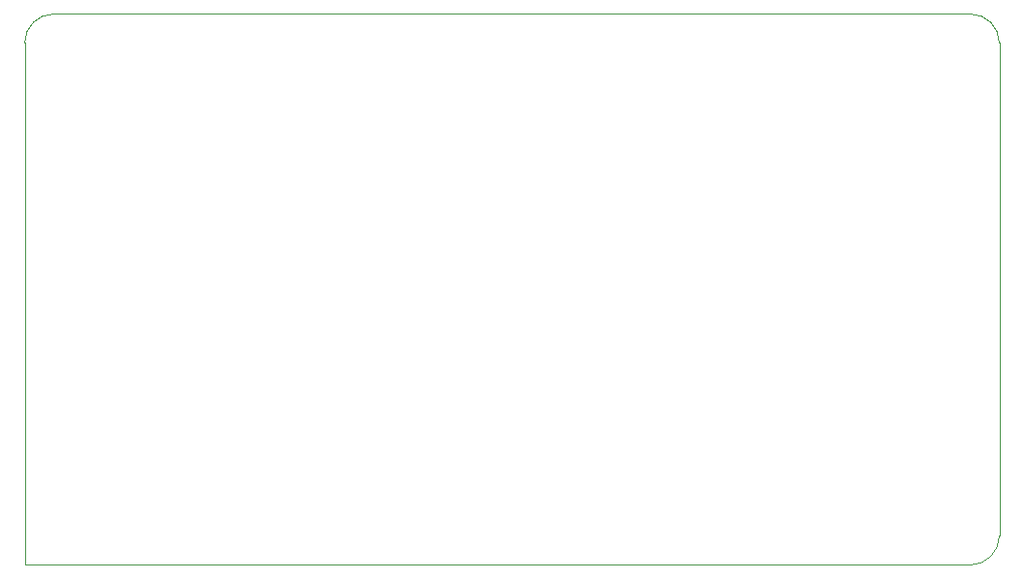
<source format=gbr>
%TF.GenerationSoftware,KiCad,Pcbnew,9.0.6*%
%TF.CreationDate,2025-11-03T22:24:35+01:00*%
%TF.ProjectId,capSensor,63617053-656e-4736-9f72-2e6b69636164,rev?*%
%TF.SameCoordinates,Original*%
%TF.FileFunction,Profile,NP*%
%FSLAX46Y46*%
G04 Gerber Fmt 4.6, Leading zero omitted, Abs format (unit mm)*
G04 Created by KiCad (PCBNEW 9.0.6) date 2025-11-03 22:24:35*
%MOMM*%
%LPD*%
G01*
G04 APERTURE LIST*
%TA.AperFunction,Profile*%
%ADD10C,0.050000*%
%TD*%
G04 APERTURE END LIST*
D10*
X64516000Y-86360000D02*
G75*
G02*
X67056000Y-83820000I2540000J0D01*
G01*
X147320000Y-83820000D02*
G75*
G02*
X149860000Y-86360000I0J-2540000D01*
G01*
X64516000Y-132080000D02*
X147320000Y-132080000D01*
X147320000Y-83820000D02*
X67056000Y-83820000D01*
X64516000Y-86360000D02*
X64516000Y-132080000D01*
X149860000Y-129540000D02*
G75*
G02*
X147320000Y-132080000I-2540000J0D01*
G01*
X149860000Y-129540000D02*
X149860000Y-86360000D01*
M02*

</source>
